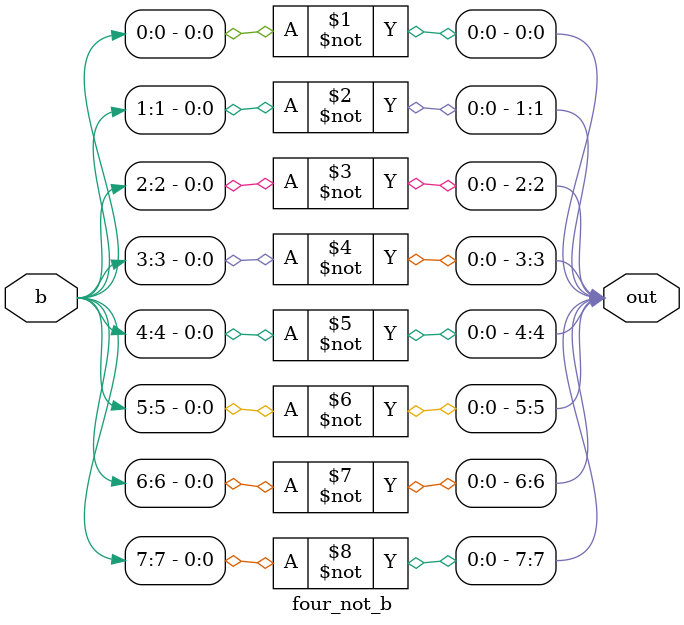
<source format=v>

`timescale 1ns / 1ps

module four_not_b(b, out);

input [7:0]b;
output [7:0]out;

not  zero(out[0], b[0]);
not one(out[1], b[1]);
not two(out[2], b[2]);
not three(out[3], b[3]);
not four(out[4], b[4]);
not five(out[5], b[5]);
not six(out[6], b[6]);
not seven(out[7], b[7]);
endmodule
// When 0000 and 0000 at end, get 1111. Why?
</source>
